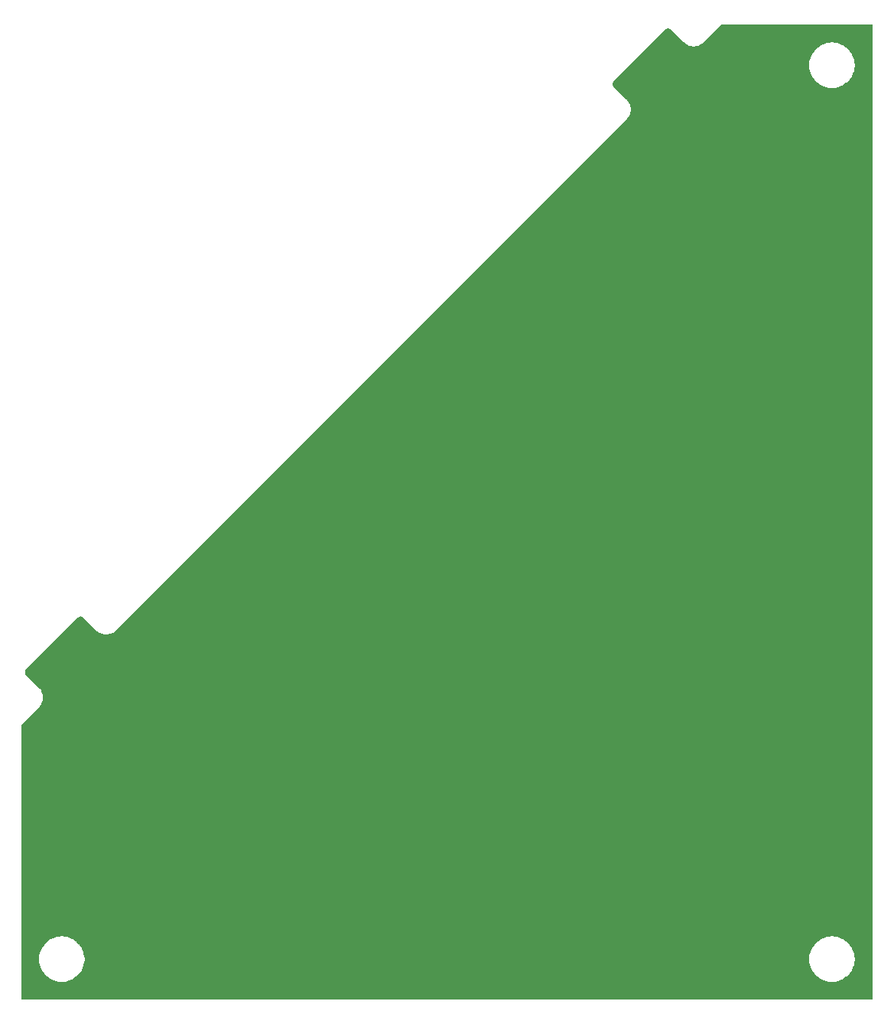
<source format=gbl>
G04*
G04 #@! TF.GenerationSoftware,Altium Limited,Altium Designer,25.5.2 (35)*
G04*
G04 Layer_Physical_Order=2*
G04 Layer_Color=16711680*
%FSLAX44Y44*%
%MOMM*%
G71*
G04*
G04 #@! TF.SameCoordinates,137F2809-70F1-45DD-9F81-C8BAC097EBBE*
G04*
G04*
G04 #@! TF.FilePolarity,Positive*
G04*
G01*
G75*
G36*
X947530Y5098D02*
X5098D01*
Y308988D01*
X24818Y328708D01*
X24888Y328814D01*
X24990Y328890D01*
X25649Y329617D01*
X25844Y329941D01*
X26111Y330208D01*
X27200Y331838D01*
X27392Y332302D01*
X27671Y332719D01*
X28421Y334531D01*
X28519Y335023D01*
X28711Y335487D01*
X29094Y337410D01*
Y337912D01*
X29192Y338404D01*
Y340364D01*
X29094Y340857D01*
Y341359D01*
X28711Y343282D01*
X28519Y343745D01*
X28421Y344238D01*
X27671Y346049D01*
X27392Y346467D01*
X27200Y346931D01*
X26111Y348560D01*
X25844Y348828D01*
X25650Y349151D01*
X24991Y349879D01*
X24889Y349954D01*
X24818Y350060D01*
X10676Y364202D01*
X10334Y364543D01*
X9798Y365346D01*
X9428Y366239D01*
X9240Y367186D01*
X9240Y368151D01*
X9428Y369098D01*
X9798Y369991D01*
X10334Y370794D01*
X10676Y371135D01*
X10676Y371135D01*
X67244Y427703D01*
X67586Y428045D01*
X68389Y428581D01*
X69281Y428951D01*
X70228Y429139D01*
X71193D01*
X72140Y428951D01*
X73033Y428581D01*
X73836Y428045D01*
X74177Y427703D01*
D01*
X88319Y413561D01*
X88425Y413491D01*
X88500Y413389D01*
X89228Y412730D01*
X89552Y412536D01*
X89819Y412268D01*
X91449Y411179D01*
X91913Y410987D01*
X92330Y410708D01*
X94141Y409958D01*
X94634Y409860D01*
X95098Y409668D01*
X97020Y409285D01*
X97522D01*
X98015Y409187D01*
X99975D01*
X100468Y409285D01*
X100970D01*
X102892Y409668D01*
X103356Y409860D01*
X103849Y409958D01*
X105660Y410708D01*
X106077Y410987D01*
X106541Y411179D01*
X108171Y412268D01*
X108438Y412535D01*
X108762Y412730D01*
X109489Y413389D01*
X109565Y413491D01*
X109671Y413561D01*
X675356Y979247D01*
X675427Y979352D01*
X675529Y979428D01*
X676188Y980155D01*
X676382Y980479D01*
X676649Y980746D01*
X677738Y982376D01*
X677930Y982840D01*
X678209Y983258D01*
X678960Y985069D01*
X679057Y985561D01*
X679250Y986025D01*
X679632Y987948D01*
Y988450D01*
X679730Y988942D01*
Y990903D01*
X679632Y991395D01*
Y991897D01*
X679250Y993820D01*
X679057Y994284D01*
X678960Y994776D01*
X678209Y996587D01*
X677930Y997005D01*
X677738Y997469D01*
X676649Y999099D01*
X676382Y999366D01*
X676188Y999690D01*
X675529Y1000417D01*
X675427Y1000493D01*
X675356Y1000598D01*
X661214Y1014740D01*
X660873Y1015082D01*
X660336Y1015885D01*
X659967Y1016777D01*
X659778Y1017724D01*
X659778Y1018690D01*
X659967Y1019637D01*
X660336Y1020529D01*
X660873Y1021332D01*
X661214Y1021673D01*
X661214Y1021673D01*
X717782Y1078242D01*
X718124Y1078583D01*
X718927Y1079119D01*
X719819Y1079489D01*
X720766Y1079678D01*
X721732D01*
X722679Y1079489D01*
X723571Y1079119D01*
X724374Y1078583D01*
X724715Y1078242D01*
D01*
X738857Y1064100D01*
X738963Y1064029D01*
X739039Y1063927D01*
X739766Y1063268D01*
X740090Y1063074D01*
X740357Y1062807D01*
X741987Y1061718D01*
X742451Y1061525D01*
X742868Y1061246D01*
X744679Y1060496D01*
X745172Y1060398D01*
X745636Y1060206D01*
X747559Y1059824D01*
X748061D01*
X748553Y1059726D01*
X750513D01*
X751006Y1059824D01*
X751508D01*
X753431Y1060206D01*
X753894Y1060398D01*
X754387Y1060496D01*
X756198Y1061246D01*
X756616Y1061525D01*
X757079Y1061717D01*
X758709Y1062806D01*
X758977Y1063074D01*
X759301Y1063268D01*
X760028Y1063927D01*
X760103Y1064029D01*
X760209Y1064100D01*
X779929Y1083820D01*
X947530D01*
Y5098D01*
D02*
G37*
%LPC*%
G36*
X904598Y1064018D02*
X900658D01*
X900165Y1063920D01*
X899663D01*
X895799Y1063151D01*
X895336Y1062959D01*
X894843Y1062861D01*
X891203Y1061353D01*
X890786Y1061074D01*
X890322Y1060882D01*
X887046Y1058693D01*
X886691Y1058338D01*
X886274Y1058059D01*
X883488Y1055274D01*
X883209Y1054856D01*
X882854Y1054501D01*
X880665Y1051226D01*
X880473Y1050762D01*
X880194Y1050344D01*
X878687Y1046704D01*
X878589Y1046212D01*
X878396Y1045748D01*
X877628Y1041884D01*
Y1041382D01*
X877530Y1040890D01*
Y1038920D01*
Y1036950D01*
X877628Y1036457D01*
Y1035955D01*
X878396Y1032091D01*
X878589Y1031627D01*
X878687Y1031135D01*
X880194Y1027495D01*
X880473Y1027078D01*
X880665Y1026614D01*
X882854Y1023338D01*
X883209Y1022983D01*
X883488Y1022566D01*
X886274Y1019780D01*
X886691Y1019501D01*
X887046Y1019146D01*
X890322Y1016957D01*
X890786Y1016765D01*
X891203Y1016486D01*
X894843Y1014978D01*
X895336Y1014880D01*
X895800Y1014688D01*
X899663Y1013920D01*
X900166D01*
X900658Y1013822D01*
X904598D01*
X905090Y1013920D01*
X905592D01*
X909456Y1014688D01*
X909920Y1014880D01*
X910413Y1014978D01*
X914052Y1016486D01*
X914470Y1016765D01*
X914934Y1016957D01*
X918209Y1019146D01*
X918564Y1019501D01*
X918982Y1019780D01*
X921768Y1022566D01*
X922047Y1022983D01*
X922402Y1023338D01*
X924591Y1026614D01*
X924783Y1027078D01*
X925061Y1027495D01*
X926569Y1031135D01*
X926667Y1031628D01*
X926859Y1032091D01*
X927628Y1035955D01*
Y1036457D01*
X927726Y1036950D01*
Y1038920D01*
Y1040890D01*
X927628Y1041382D01*
Y1041884D01*
X926859Y1045748D01*
X926667Y1046212D01*
X926569Y1046704D01*
X925061Y1050344D01*
X924783Y1050762D01*
X924591Y1051226D01*
X922402Y1054501D01*
X922047Y1054856D01*
X921768Y1055274D01*
X918982Y1058059D01*
X918565Y1058338D01*
X918209Y1058693D01*
X914934Y1060882D01*
X914470Y1061074D01*
X914052Y1061353D01*
X910413Y1062861D01*
X909920Y1062959D01*
X909456Y1063151D01*
X905592Y1063920D01*
X905090D01*
X904598Y1064018D01*
D02*
G37*
G36*
X904600Y75098D02*
X900660D01*
X900168Y75000D01*
X899666D01*
X895802Y74231D01*
X895338Y74039D01*
X894845Y73941D01*
X891206Y72434D01*
X890788Y72155D01*
X890324Y71963D01*
X887048Y69774D01*
X886693Y69419D01*
X886276Y69140D01*
X883490Y66354D01*
X883211Y65937D01*
X882856Y65581D01*
X880667Y62306D01*
X880475Y61842D01*
X880196Y61424D01*
X878689Y57785D01*
X878591Y57292D01*
X878399Y56828D01*
X877630Y52964D01*
Y52462D01*
X877532Y51970D01*
Y50000D01*
Y48030D01*
X877630Y47538D01*
Y47036D01*
X878399Y43172D01*
X878591Y42708D01*
X878689Y42215D01*
X880196Y38575D01*
X880475Y38158D01*
X880667Y37694D01*
X882856Y34418D01*
X883211Y34063D01*
X883490Y33646D01*
X886276Y30860D01*
X886693Y30581D01*
X887048Y30226D01*
X890324Y28037D01*
X890788Y27845D01*
X891206Y27566D01*
X894845Y26059D01*
X895338Y25961D01*
X895802Y25769D01*
X899666Y25000D01*
X900168D01*
X900660Y24902D01*
X904600D01*
X905092Y25000D01*
X905594D01*
X909458Y25769D01*
X909922Y25961D01*
X910415Y26059D01*
X914054Y27566D01*
X914472Y27845D01*
X914936Y28037D01*
X918212Y30226D01*
X918567Y30581D01*
X918984Y30860D01*
X921770Y33646D01*
X922049Y34063D01*
X922404Y34418D01*
X924593Y37694D01*
X924785Y38158D01*
X925064Y38575D01*
X926571Y42215D01*
X926669Y42708D01*
X926861Y43172D01*
X927630Y47036D01*
Y47538D01*
X927728Y48030D01*
Y50000D01*
Y51970D01*
X927630Y52462D01*
Y52964D01*
X926861Y56828D01*
X926669Y57292D01*
X926571Y57785D01*
X925064Y61424D01*
X924785Y61842D01*
X924593Y62306D01*
X922404Y65581D01*
X922049Y65936D01*
X921770Y66354D01*
X918984Y69140D01*
X918567Y69419D01*
X918212Y69774D01*
X914936Y71963D01*
X914472Y72155D01*
X914054Y72434D01*
X910415Y73941D01*
X909922Y74039D01*
X909458Y74231D01*
X905594Y75000D01*
X905092D01*
X904600Y75098D01*
D02*
G37*
G36*
X51970D02*
X48030D01*
X47538Y75000D01*
X47036D01*
X43172Y74231D01*
X42708Y74039D01*
X42215Y73941D01*
X38575Y72434D01*
X38158Y72155D01*
X37694Y71963D01*
X34418Y69774D01*
X34063Y69419D01*
X33646Y69140D01*
X30860Y66354D01*
X30581Y65937D01*
X30226Y65581D01*
X28037Y62306D01*
X27845Y61842D01*
X27566Y61424D01*
X26059Y57785D01*
X25961Y57292D01*
X25769Y56828D01*
X25000Y52964D01*
Y52462D01*
X24902Y51970D01*
Y50000D01*
Y48030D01*
X25000Y47538D01*
Y47036D01*
X25769Y43172D01*
X25961Y42708D01*
X26059Y42215D01*
X27566Y38575D01*
X27845Y38158D01*
X28037Y37694D01*
X30226Y34418D01*
X30581Y34063D01*
X30860Y33646D01*
X33646Y30860D01*
X34063Y30581D01*
X34418Y30226D01*
X37694Y28037D01*
X38158Y27845D01*
X38575Y27566D01*
X42215Y26059D01*
X42708Y25961D01*
X43172Y25769D01*
X47036Y25000D01*
X47538D01*
X48030Y24902D01*
X51970D01*
X52462Y25000D01*
X52964D01*
X56828Y25769D01*
X57292Y25961D01*
X57785Y26059D01*
X61424Y27566D01*
X61842Y27845D01*
X62306Y28037D01*
X65581Y30226D01*
X65936Y30581D01*
X66354Y30860D01*
X69140Y33646D01*
X69419Y34063D01*
X69774Y34418D01*
X71963Y37694D01*
X72155Y38158D01*
X72434Y38575D01*
X73941Y42215D01*
X74039Y42708D01*
X74231Y43172D01*
X75000Y47036D01*
Y47538D01*
X75098Y48030D01*
Y50000D01*
Y51970D01*
X75000Y52462D01*
Y52964D01*
X74231Y56828D01*
X74039Y57292D01*
X73941Y57785D01*
X72434Y61424D01*
X72155Y61842D01*
X71963Y62306D01*
X69774Y65581D01*
X69419Y65936D01*
X69140Y66354D01*
X66354Y69140D01*
X65937Y69419D01*
X65581Y69774D01*
X62306Y71963D01*
X61842Y72155D01*
X61424Y72434D01*
X57785Y73941D01*
X57292Y74039D01*
X56828Y74231D01*
X52964Y75000D01*
X52462D01*
X51970Y75098D01*
D02*
G37*
%LPD*%
M02*

</source>
